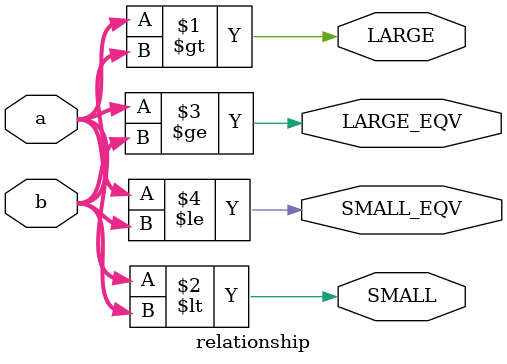
<source format=v>
module relationship(a, b, LARGE, SMALL, LARGE_EQV, SMALL_EQV);
	input	[3:0]a,b;
	output	LARGE, SMALL, LARGE_EQV, SMALL_EQV;
	
	assign LARGE = (a > b);
	assign SMALL = (a < b);
	assign LARGE_EQV = (a >= b);
	assign SMALL_EQV = (a <= b);

endmodule
</source>
